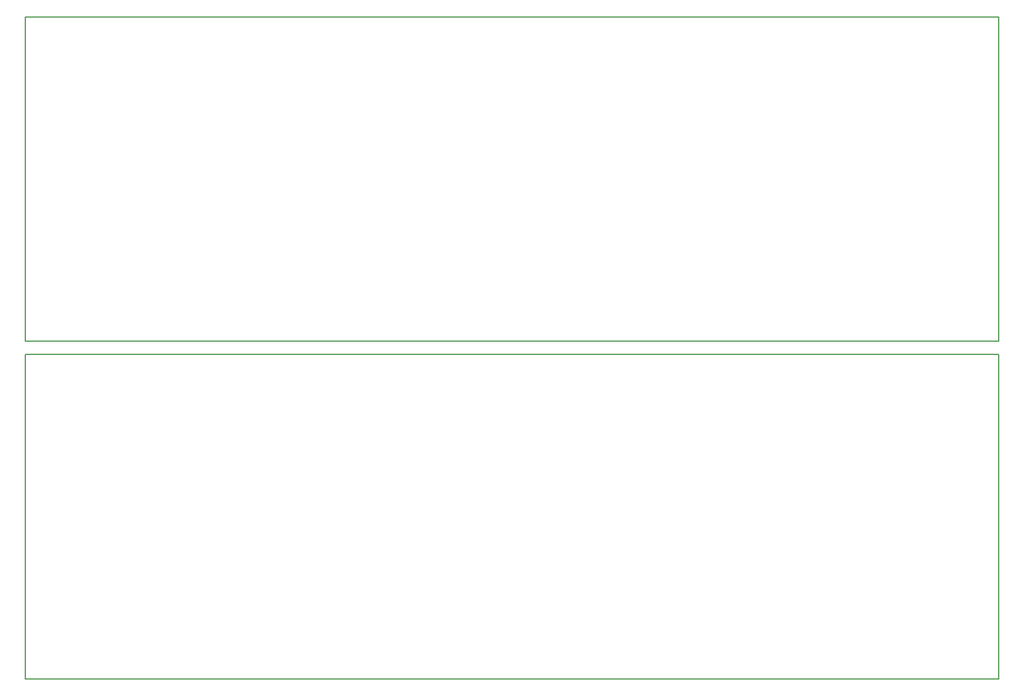
<source format=gbr>
G04 #@! TF.GenerationSoftware,KiCad,Pcbnew,(2018-01-30 revision 342197bb3)-makepkg*
G04 #@! TF.CreationDate,2018-06-27T08:36:49+02:00*
G04 #@! TF.ProjectId,NixieClock01A,4E69786965436C6F636B3031412E6B69,rev?*
G04 #@! TF.SameCoordinates,Original*
G04 #@! TF.FileFunction,Profile,NP*
%FSLAX46Y46*%
G04 Gerber Fmt 4.6, Leading zero omitted, Abs format (unit mm)*
G04 Created by KiCad (PCBNEW (2018-01-30 revision 342197bb3)-makepkg) date 06/27/18 08:36:49*
%MOMM*%
%LPD*%
G01*
G04 APERTURE LIST*
%ADD10C,0.150000*%
%ADD11C,0.200000*%
G04 APERTURE END LIST*
D10*
X241000000Y-106400000D02*
X91000000Y-106400000D01*
D11*
X91000000Y-158400000D02*
X91000000Y-108400000D01*
X241000000Y-158400000D02*
X91000000Y-158400000D01*
X241000000Y-108400000D02*
X241000000Y-158400000D01*
X91000000Y-108400000D02*
X241000000Y-108400000D01*
X91000000Y-106400000D02*
X91000000Y-56400000D01*
X241000000Y-56400000D02*
X241000000Y-106400000D01*
X91000000Y-56400000D02*
X241000000Y-56400000D01*
M02*

</source>
